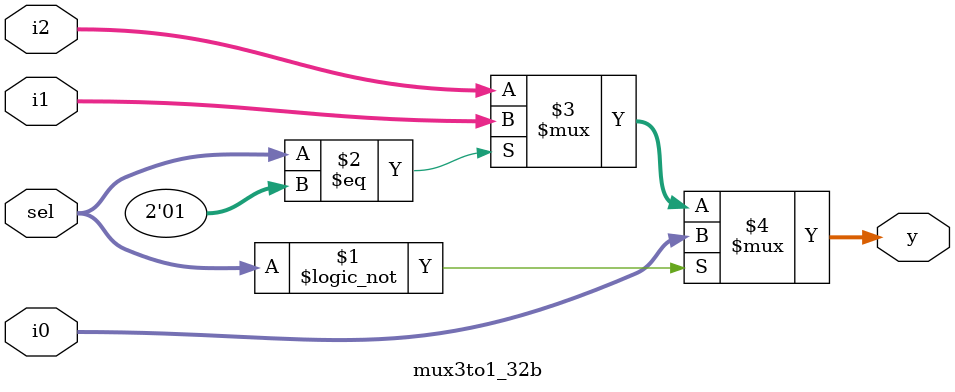
<source format=v>

module mux3to1_32b (i0,
                    i1,
                    i2,
                    sel,
                    y);
    input [31:0] i0, i1, i2;
    input [1:0] sel;
    output [31:0] y;
    
    assign y = (sel == 2'b00) ? i0:
    (sel == 2'b01) ? i1:
    i2;
    
endmodule

</source>
